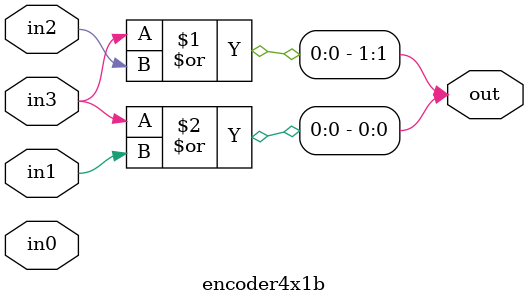
<source format=v>
module encoder4x1b(out, in3, in2, in1, in0);

output [1:0] out;
input in3, in2, in1, in0;

or o1 (out[1], in3, in2);
or o0 (out[0], in3, in1);

endmodule

</source>
